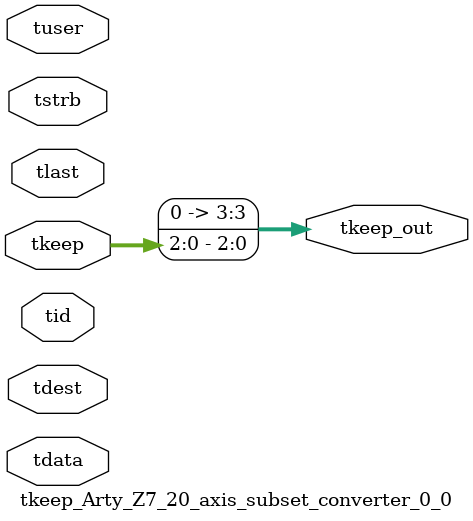
<source format=v>


`timescale 1ps/1ps

module tkeep_Arty_Z7_20_axis_subset_converter_0_0 #
(
parameter C_S_AXIS_TDATA_WIDTH = 32,
parameter C_S_AXIS_TUSER_WIDTH = 0,
parameter C_S_AXIS_TID_WIDTH   = 0,
parameter C_S_AXIS_TDEST_WIDTH = 0,
parameter C_M_AXIS_TDATA_WIDTH = 32
)
(
input  [(C_S_AXIS_TDATA_WIDTH == 0 ? 1 : C_S_AXIS_TDATA_WIDTH)-1:0     ] tdata,
input  [(C_S_AXIS_TUSER_WIDTH == 0 ? 1 : C_S_AXIS_TUSER_WIDTH)-1:0     ] tuser,
input  [(C_S_AXIS_TID_WIDTH   == 0 ? 1 : C_S_AXIS_TID_WIDTH)-1:0       ] tid,
input  [(C_S_AXIS_TDEST_WIDTH == 0 ? 1 : C_S_AXIS_TDEST_WIDTH)-1:0     ] tdest,
input  [(C_S_AXIS_TDATA_WIDTH/8)-1:0 ] tkeep,
input  [(C_S_AXIS_TDATA_WIDTH/8)-1:0 ] tstrb,
input                                                                    tlast,
output [(C_M_AXIS_TDATA_WIDTH/8)-1:0 ] tkeep_out
);

assign tkeep_out = {tkeep[2:0]};

endmodule


</source>
